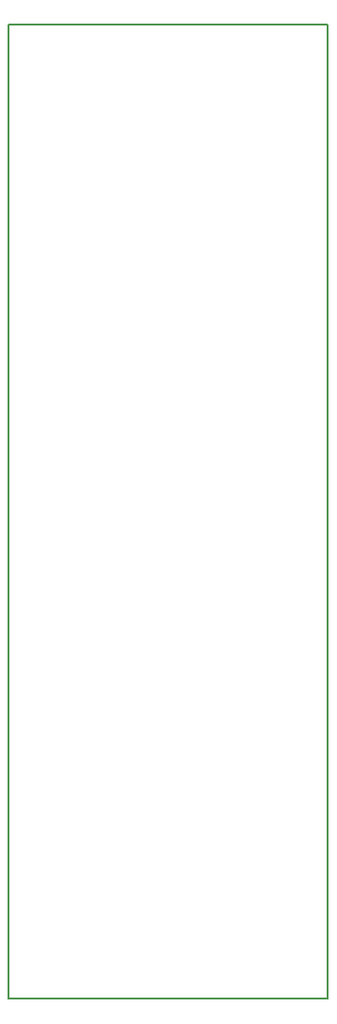
<source format=gbr>
G04 #@! TF.FileFunction,Profile,NP*
%FSLAX46Y46*%
G04 Gerber Fmt 4.6, Leading zero omitted, Abs format (unit mm)*
G04 Created by KiCad (PCBNEW 4.0.7-e1-6374~58~ubuntu16.04.1) date Wed Sep 27 13:55:28 2017*
%MOMM*%
%LPD*%
G01*
G04 APERTURE LIST*
%ADD10C,0.100000*%
%ADD11C,0.150000*%
G04 APERTURE END LIST*
D10*
D11*
X-1200000Y-28194000D02*
X-1206500Y59182000D01*
X27495500Y59182000D02*
X27500000Y-28194000D01*
X27500000Y-28194000D02*
X-1200000Y-28200000D01*
X-1206500Y59182000D02*
X27495500Y59182000D01*
M02*

</source>
